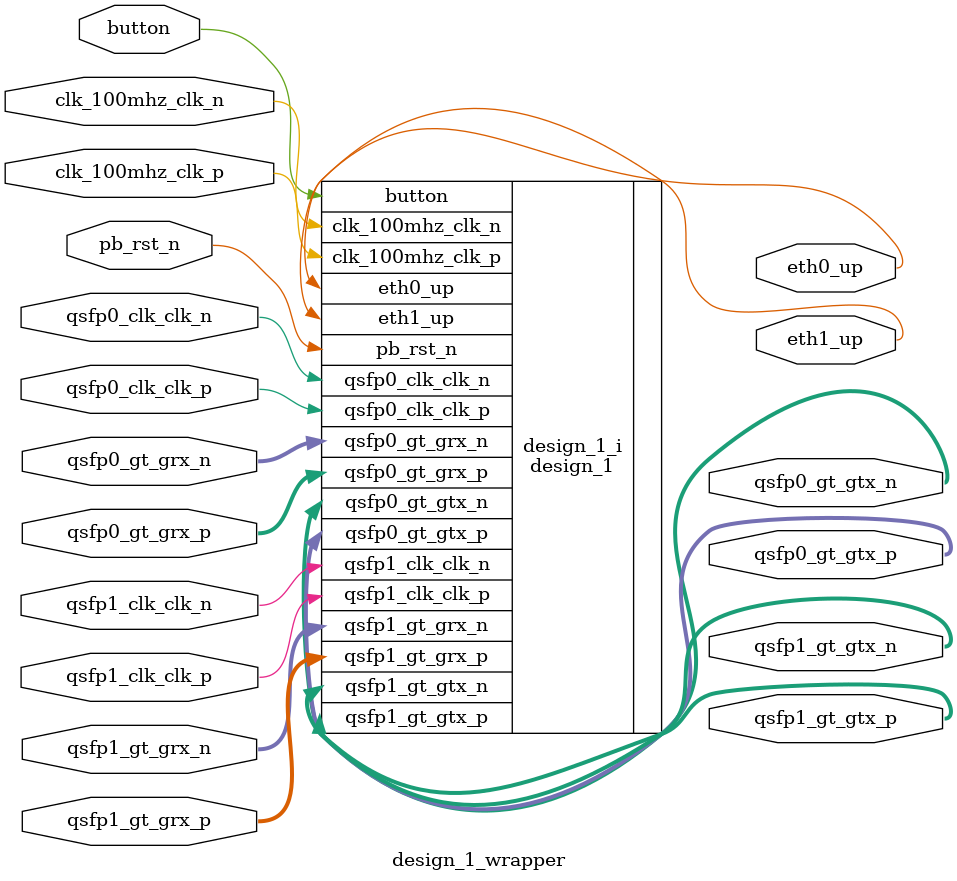
<source format=v>
`timescale 1 ps / 1 ps

module design_1_wrapper
   (button,
    clk_100mhz_clk_n,
    clk_100mhz_clk_p,
    eth0_up,
    eth1_up,
    pb_rst_n,
    qsfp0_clk_clk_n,
    qsfp0_clk_clk_p,
    qsfp0_gt_grx_n,
    qsfp0_gt_grx_p,
    qsfp0_gt_gtx_n,
    qsfp0_gt_gtx_p,
    qsfp1_clk_clk_n,
    qsfp1_clk_clk_p,
    qsfp1_gt_grx_n,
    qsfp1_gt_grx_p,
    qsfp1_gt_gtx_n,
    qsfp1_gt_gtx_p);
  input button;
  input [0:0]clk_100mhz_clk_n;
  input [0:0]clk_100mhz_clk_p;
  output eth0_up;
  output eth1_up;
  input pb_rst_n;
  input qsfp0_clk_clk_n;
  input qsfp0_clk_clk_p;
  input [3:0]qsfp0_gt_grx_n;
  input [3:0]qsfp0_gt_grx_p;
  output [3:0]qsfp0_gt_gtx_n;
  output [3:0]qsfp0_gt_gtx_p;
  input qsfp1_clk_clk_n;
  input qsfp1_clk_clk_p;
  input [3:0]qsfp1_gt_grx_n;
  input [3:0]qsfp1_gt_grx_p;
  output [3:0]qsfp1_gt_gtx_n;
  output [3:0]qsfp1_gt_gtx_p;

  wire button;
  wire [0:0]clk_100mhz_clk_n;
  wire [0:0]clk_100mhz_clk_p;
  wire eth0_up;
  wire eth1_up;
  wire pb_rst_n;
  wire qsfp0_clk_clk_n;
  wire qsfp0_clk_clk_p;
  wire [3:0]qsfp0_gt_grx_n;
  wire [3:0]qsfp0_gt_grx_p;
  wire [3:0]qsfp0_gt_gtx_n;
  wire [3:0]qsfp0_gt_gtx_p;
  wire qsfp1_clk_clk_n;
  wire qsfp1_clk_clk_p;
  wire [3:0]qsfp1_gt_grx_n;
  wire [3:0]qsfp1_gt_grx_p;
  wire [3:0]qsfp1_gt_gtx_n;
  wire [3:0]qsfp1_gt_gtx_p;

  design_1 design_1_i
       (.button(button),
        .clk_100mhz_clk_n(clk_100mhz_clk_n),
        .clk_100mhz_clk_p(clk_100mhz_clk_p),
        .eth0_up(eth0_up),
        .eth1_up(eth1_up),
        .pb_rst_n(pb_rst_n),
        .qsfp0_clk_clk_n(qsfp0_clk_clk_n),
        .qsfp0_clk_clk_p(qsfp0_clk_clk_p),
        .qsfp0_gt_grx_n(qsfp0_gt_grx_n),
        .qsfp0_gt_grx_p(qsfp0_gt_grx_p),
        .qsfp0_gt_gtx_n(qsfp0_gt_gtx_n),
        .qsfp0_gt_gtx_p(qsfp0_gt_gtx_p),
        .qsfp1_clk_clk_n(qsfp1_clk_clk_n),
        .qsfp1_clk_clk_p(qsfp1_clk_clk_p),
        .qsfp1_gt_grx_n(qsfp1_gt_grx_n),
        .qsfp1_gt_grx_p(qsfp1_gt_grx_p),
        .qsfp1_gt_gtx_n(qsfp1_gt_gtx_n),
        .qsfp1_gt_gtx_p(qsfp1_gt_gtx_p));
endmodule

</source>
